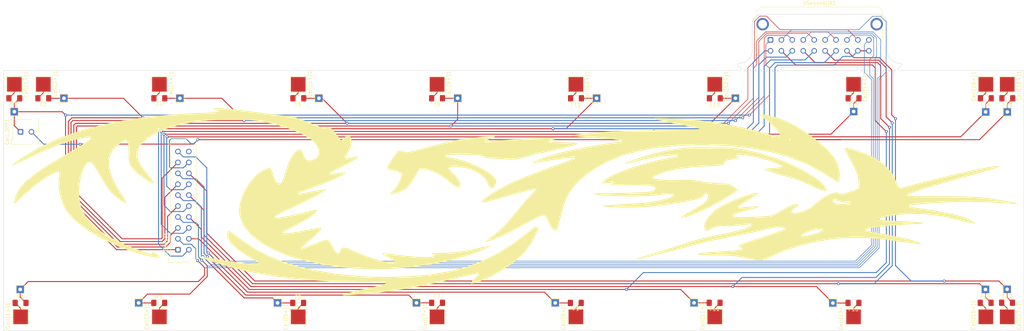
<source format=kicad_pcb>
(kicad_pcb (version 20211014) (generator pcbnew)
  (layers (0 "F.Cu" signal) (31 "B.Cu" signal) (34 "B.Paste" user) (35 "F.Paste" user) (36 "B.SilkS" user "B.Silkscreen") (37 "F.SilkS" user "F.Silkscreen") (38 "B.Mask" user) (39 "F.Mask" user) (44 "Edge.Cuts" user))
  (net 0 "")
  (net 1 "Cell1+")
  (net 2 "/Unfused_Cell_1")
  (net 3 "/Unfused_Cell_0")
  (net 4 "Cell0")
  (net 5 "/Unfused_Cell_2")
  (net 6 "Cell2+")
  (net 7 "Cell3+")
  (net 8 "/Unfused_Cell_3")
  (net 9 "/Unfused_Cell_4")
  (net 10 "Cell4+")
  (net 11 "Cell5+")
  (net 12 "/Unfused_Cell_5")
  (net 13 "/Unfused_Cell_6")
  (net 14 "Cell6+")
  (net 15 "Cell7+")
  (net 16 "/Unfused_Cell_7")
  (net 17 "/Unfused_Cell_8")
  (net 18 "Cell8+")
  (net 19 "Cell9+")
  (net 20 "/Unfused_Cell_9")
  (net 21 "/Unfused_Cell_10")
  (net 22 "Cell10+")
  (net 23 "Cell11+")
  (net 24 "/Unfused_Cell_11")
  (net 25 "/Unfused_Cell_12")
  (net 26 "Cell12+")
  (net 27 "Cell13+")
  (net 28 "/Unfused_Cell_13")
  (net 29 "/Unfused_Cell_14")
  (net 30 "Cell14+")
  (net 31 "Cell15+")
  (net 32 "/Unfused_Cell_15")
  (net 33 "/Unfused_Cell_16")
  (net 34 "Cell16+")
  (net 35 "Cell17+")
  (net 36 "/Unfused_Cell_17")
  (net 37 "/Unfused_Cell_18")
  (net 38 "Cell18+")
  (footprint "TestPoint:TestPoint_Pad_4.0x4.0mm" (layer "F.Cu") (at 303.25 102.8)
    (fp_text reference "PAD(14+)1" hide)
    (fp_text value "SEG 14S")
  )
  (footprint "Fuse:Fuse_1206_3216Metric_Pad1.42x1.75mm_HandSolder" (layer "F.Cu") (at 345.375 162.825 180)
    (fp_text reference "F17")
    (fp_text value "500mA")
  )
  (footprint "Fuse:Fuse_1206_3216Metric_Pad1.42x1.75mm_HandSolder" (layer "F.Cu") (at 303.25 106.625)
    (fp_text reference "F14")
    (fp_text value "500mA")
  )
  (footprint "Fuse:Fuse_1206_3216Metric_Pad1.42x1.75mm_HandSolder" (layer "F.Cu") (at 339.55 106.625)
    (fp_text reference "F16")
    (fp_text value "500mA")
  )
  (footprint "Silk:Dragon" (layer "F.Cu") (at 210 132 -90)
    (fp_text reference "G***" hide)
    (fp_text value "LOGO" hide)
  )
  (footprint "Fuse:Fuse_1206_3216Metric_Pad1.42x1.75mm_HandSolder" (layer "F.Cu") (at 188.95 162.85)
    (fp_text reference "F7")
    (fp_text value "500mA")
  )
  (footprint "TestPoint:TestPoint_Pad_4.0x4.0mm" (layer "F.Cu") (at 74.65 166.7)
    (fp_text reference "PAD(1+)1" hide)
    (fp_text value "SEG 1S")
  )
  (footprint "Connector_Molex:Molex_Micro-Fit_3.0_43045-2012_2x10_P3.00mm_Vertical" (layer "F.Cu") (at 117.835 148.25 90)
    (fp_text reference "VSense1")
    (fp_text value "Main Microfit")
  )
  (footprint "TestPoint:TestPoint_THTPad_2.0x2.0mm_Drill1.0mm" (layer "F.Cu") (at 194.6 106.625)
    (fp_text reference "Cell(8+)1")
    (fp_text value "TestPoint")
  )
  (footprint "TestPoint:TestPoint_Pad_4.0x4.0mm" (layer "F.Cu") (at 265.15 102.8)
    (fp_text reference "PAD(12+)1" hide)
    (fp_text value "SEG 12S")
  )
  (footprint "TestPoint:TestPoint_THTPad_2.0x2.0mm_Drill1.0mm" (layer "F.Cu") (at 107.05 162.875)
    (fp_text reference "Cell(3+)1")
    (fp_text value "TestPoint")
  )
  (footprint "TestPoint:TestPoint_Pad_4.0x4.0mm" (layer "F.Cu") (at 188.95 102.8)
    (fp_text reference "PAD(8+)1" hide)
    (fp_text value "SEG 8S")
  )
  (footprint "TestPoint:TestPoint_Pad_4.0x4.0mm" (layer "F.Cu") (at 345.425 166.7)
    (fp_text reference "PAD(17+)1" hide)
    (fp_text value "SEG 17S")
  )
  (footprint "Fuse:Fuse_1206_3216Metric_Pad1.42x1.75mm_HandSolder" (layer "F.Cu") (at 227.025 162.875)
    (fp_text reference "F9")
    (fp_text value "500mA")
  )
  (footprint "Fuse:Fuse_1206_3216Metric_Pad1.42x1.75mm_HandSolder" (layer "F.Cu") (at 112.725 106.625)
    (fp_text reference "F4")
    (fp_text value "500mA")
  )
  (footprint "TestPoint:TestPoint_Pad_4.0x4.0mm" (layer "F.Cu") (at 227.05 102.8)
    (fp_text reference "PAD(10+)1" hide)
    (fp_text value "SEG 10S")
  )
  (footprint "TestPoint:TestPoint_THTPad_2.0x2.0mm_Drill1.0mm" (layer "F.Cu") (at 221.375 162.875)
    (fp_text reference "Cell(9+)1")
    (fp_text value "TestPoint")
  )
  (footprint "TestPoint:TestPoint_THTPad_2.0x2.0mm_Drill1.0mm" (layer "F.Cu") (at 339.5 110.375)
    (fp_text reference "Cell(16+)1")
    (fp_text value "TestPoint")
  )
  (footprint "TestPoint:TestPoint_THTPad_2.0x2.0mm_Drill1.0mm" (layer "F.Cu") (at 145.175 162.875)
    (fp_text reference "Cell(5+)1")
    (fp_text value "TestPoint")
  )
  (footprint "TestPoint:TestPoint_THTPad_2.0x2.0mm_Drill1.0mm" (layer "F.Cu") (at 86.55 106.625)
    (fp_text reference "Cell(2+)1")
    (fp_text value "TestPoint")
  )
  (footprint "TestPoint:TestPoint_THTPad_2.0x2.0mm_Drill1.0mm" (layer "F.Cu") (at 270.825 106.625)
    (fp_text reference "Cell(12+)1")
    (fp_text value "TestPoint")
  )
  (footprint "Connector_Molex:Molex_Micro-Fit_3.0_43045-2021_2x10-1MP_P3.00mm_Horizontal" (layer "F.Cu") (at 280.45 90.585)
    (fp_text reference "VSenseAUX1")
    (fp_text value "Breakaway Microfit")
  )
  (footprint "Connector_Molex:Molex_Micro-Fit_3.0_43045-0212_2x01_P3.00mm_Vertical" (layer "F.Cu") (at 74.625 115.85 90)
    (fp_text reference "Cell_Diff1")
    (fp_text value "Extra Microfit")
  )
  (footprint "Fuse:Fuse_1206_3216Metric_Pad1.42x1.75mm_HandSolder" (layer "F.Cu") (at 227.075 106.625)
    (fp_text reference "F10")
    (fp_text value "500mA")
  )
  (footprint "TestPoint:TestPoint_Pad_4.0x4.0mm" (layer "F.Cu") (at 112.75 166.7)
    (fp_text reference "PAD(3+)1" hide)
    (fp_text value "SEG 3S")
  )
  (footprint "TestPoint:TestPoint_Pad_4.0x4.0mm" (layer "F.Cu") (at 339.55 102.8)
    (fp_text reference "PAD(16+)1" hide)
    (fp_text value "SEG 16S")
  )
  (footprint "TestPoint:TestPoint_THTPad_2.0x2.0mm_Drill1.0mm" (layer "F.Cu") (at 259.475 162.85)
    (fp_text reference "Cell(11+)1")
    (fp_text value "TestPoint")
  )
  (footprint "Fuse:Fuse_1206_3216Metric_Pad1.42x1.75mm_HandSolder" (layer "F.Cu") (at 265.175 106.625)
    (fp_text reference "F12")
    (fp_text value "500mA")
  )
  (footprint "Fuse:Fuse_1206_3216Metric_Pad1.42x1.75mm_HandSolder" (layer "F.Cu") (at 72.925 106.625)
    (fp_text reference "F0")
    (fp_text value "500mA")
  )
  (footprint "TestPoint:TestPoint_Pad_4.0x4.0mm" (layer "F.Cu") (at 80.9 102.8)
    (fp_text reference "PAD(2+)1" hide)
    (fp_text value "SEG 2S")
  )
  (footprint "TestPoint:TestPoint_THTPad_2.0x2.0mm_Drill1.0mm" (layer "F.Cu") (at 297.575 162.9)
    (fp_text reference "Cell(13+)1")
    (fp_text value "TestPoint")
  )
  (footprint "Fuse:Fuse_1206_3216Metric_Pad1.42x1.75mm_HandSolder" (layer "F.Cu") (at 112.7 162.875)
    (fp_text reference "F3")
    (fp_text value "500mA")
  )
  (footprint "Fuse:Fuse_1206_3216Metric_Pad1.42x1.75mm_HandSolder" (layer "F.Cu") (at 188.95 106.625)
    (fp_text reference "F8")
    (fp_text value "500mA")
  )
  (footprint "Fuse:Fuse_1206_3216Metric_Pad1.42x1.75mm_HandSolder" (layer "F.Cu") (at 74.65 162.875 180)
    (fp_text reference "F1")
    (fp_text value "500mA")
  )
  (footprint "TestPoint:TestPoint_Pad_4.0x4.0mm" (layer "F.Cu") (at 345.425 102.8)
    (fp_text reference "PAD(18+)1" hide)
    (fp_text value "SEG VCC")
  )
  (footprint "TestPoint:TestPoint_THTPad_2.0x2.0mm_Drill1.0mm" (layer "F.Cu") (at 156.525 106.625)
    (fp_text reference "Cell(6+)1")
    (fp_text value "TestPoint")
  )
  (footprint "Fuse:Fuse_1206_3216Metric_Pad1.42x1.75mm_HandSolder" (layer "F.Cu") (at 265.125 162.85)
    (fp_text reference "F11")
    (fp_text value "500mA")
  )
  (footprint "TestPoint:TestPoint_Pad_4.0x4.0mm" (layer "F.Cu") (at 150.85 166.7)
    (fp_text reference "PAD(5+)1" hide)
    (fp_text value "SEG 5S")
  )
  (footprint "TestPoint:TestPoint_THTPad_2.0x2.0mm_Drill1.0mm" (layer "F.Cu") (at 345.45 110.375)
    (fp_text reference "Cell(18+)1")
    (fp_text value "TestPoint")
  )
  (footprint "Fuse:Fuse_1206_3216Metric_Pad1.42x1.75mm_HandSolder" (layer "F.Cu") (at 345.45 106.625)
    (fp_text reference "F18")
    (fp_text value "500mA")
  )
  (footprint "Fuse:Fuse_1206_3216Metric_Pad1.42x1.75mm_HandSolder" (layer "F.Cu") (at 339.5 162.85 180)
    (fp_text reference "F15")
    (fp_text value "500mA")
  )
  (footprint "TestPoint:TestPoint_THTPad_2.0x2.0mm_Drill1.0mm" (layer "F.Cu") (at 232.725 106.625)
    (fp_text reference "Cell(10+)1")
    (fp_text value "TestPoint")
  )
  (footprint "TestPoint:TestPoint_Pad_4.0x4.0mm" (layer "F.Cu") (at 150.85 102.8)
    (fp_text reference "PAD(6+)1" hide)
    (fp_text value "SEG 6S")
  )
  (footprint "TestPoint:TestPoint_THTPad_2.0x2.0mm_Drill1.0mm" (layer "F.Cu") (at 72.925 110.325 -90)
    (fp_text reference "Cell(1-)1")
    (fp_text value "TestPoint")
  )
  (footprint "TestPoint:TestPoint_Pad_4.0x4.0mm" (layer "F.Cu") (at 227.05 166.7)
    (fp_text reference "PAD(9+)1" hide)
    (fp_text value "SEG 9S")
  )
  (footprint "TestPoint:TestPoint_Pad_4.0x4.0mm" (layer "F.Cu") (at 339.55 166.7)
    (fp_text reference "PAD(15+)1" hide)
    (fp_text value "SEG 15S")
  )
  (footprint "Fuse:Fuse_1206_3216Metric_Pad1.42x1.75mm_HandSolder" (layer "F.Cu") (at 303.225 162.875)
    (fp_text reference "F13")
    (fp_text value "500mA")
  )
  (footprint "TestPoint:TestPoint_THTPad_2.0x2.0mm_Drill1.0mm" (layer "F.Cu") (at 183.3 162.85)
    (fp_text reference "Cell(7+)1")
    (fp_text value "TestPoint")
  )
  (footprint "Fuse:Fuse_1206_3216Metric_Pad1.42x1.75mm_HandSolder" (layer "F.Cu") (at 150.825 162.875)
    (fp_text reference "F5")
    (fp_text value "500mA")
  )
  (footprint "TestPoint:TestPoint_THTPad_2.0x2.0mm_Drill1.0mm" (layer "F.Cu") (at 345.395 159.12)
    (fp_text reference "Cell(17+)1")
    (fp_text value "TestPoint")
  )
  (footprint "TestPoint:TestPoint_Pad_4.0x4.0mm" (layer "F.Cu") (at 188.95 166.7)
    (fp_text reference "PAD(7+)1" hide)
    (fp_text value "SEG 7S")
  )
  (footprint "TestPoint:TestPoint_Pad_4.0x4.0mm" (layer "F.Cu") (at 72.95 102.8 -90)
    (fp_text reference "PAD(1-)1" hide)
    (fp_text value "SEG GND")
  )
  (footprint "TestPoint:TestPoint_THTPad_2.0x2.0mm_Drill1.0mm" (layer "F.Cu") (at 339.45 159.175)
    (fp_text reference "Cell(15+)1")
    (fp_text value "TestPoint")
  )
  (footprint "TestPoint:TestPoint_Pad_4.0x4.0mm" (layer "F.Cu") (at 265.15 166.7)
    (fp_text reference "PAD(11+)1" hide)
    (fp_text value "SEG 11S")
  )
  (footprint "TestPoint:TestPoint_THTPad_2.0x2.0mm_Drill1.0mm" (layer "F.Cu") (at 118.375 106.625)
    (fp_text reference "Cell(4+)1")
    (fp_text value "TestPoint")
  )
  (footprint "TestPoint:TestPoint_Pad_4.0x4.0mm" (layer "F.Cu") (at 303.25 166.7)
    (fp_text reference "PAD(13+)1" hide)
    (fp_text value "SEG 13S")
  )
  (footprint "TestPoint:TestPoint_THTPad_2.0x2.0mm_Drill1.0mm" (layer "F.Cu") (at 74.55 159.175)
    (fp_text reference "Cell(1+)1")
    (fp_text value "TestPoint")
  )
  (footprint "Fuse:Fuse_1206_3216Metric_Pad1.42x1.75mm_HandSolder" (layer "F.Cu") (at 150.875 106.625)
    (fp_text reference "F6")
    (fp_text value "500mA")
  )
  (footprint "TestPoint:TestPoint_THTPad_2.0x2.0mm_Drill1.0mm" (layer "F.Cu") (at 303.275 110.275)
    (fp_text reference "Cell(14+)1")
    (fp_text value "TestPoint")
  )
  (footprint "Fuse:Fuse_1206_3216Metric_Pad1.42x1.75mm_HandSolder" (layer "F.Cu") (at 80.8875 106.625)
    (fp_text reference "F2")
    (fp_text value "500mA")
  )
  (footprint "TestPoint:TestPoint_Pad_4.0x4.0mm" (layer "F.Cu") (at 112.75 102.8)
    (fp_text reference "PAD(4+)1" hide)
    (fp_text value "SEG 4S")
  )
  (gr_arc (start 275.45 86.25) (mid 276.255456 84.305456) (end 278.2 83.5) (layer "Edge.Cuts") (width 0.1))
  (gr_line (start 70 170.5) (end 350 170.5) (layer "Edge.Cuts") (width 0.1))
  (gr_line (start 315.95 99) (end 350 99) (layer "Edge.Cuts") (width 0.1))
  (gr_circle (center 274.95 99) (end 274.95 98.8) (layer "Edge.Cuts") (width 0.1) (fill none))
  (gr_circle (center 273.45 99) (end 273.45 98.8) (layer "Edge.Cuts") (width 0.1) (fill none))
  (gr_line (start 350 99) (end 350 170.5) (layer "Edge.Cuts") (width 0.1))
  (gr_circle (center 276.45 99) (end 276.5 98.8) (layer "Edge.Cuts") (width 0.1) (fill none))
  (gr_line (start 275.45 86.25) (end 275.45 93.5) (layer "Edge.Cuts") (width 0.1))
  (gr_arc (start 315.95 99) (mid 315.45 98.5) (end 315.95 98) (layer "Edge.Cuts") (width 0.1))
  (gr_circle (center 306.95 99) (end 306.95 98.8) (layer "Edge.Cuts") (width 0.1) (fill none))
  (gr_line (start 70 170.5) (end 70 99) (layer "Edge.Cuts") (width 0.1))
  (gr_line (start 278.2 83.5) (end 309.7 83.5) (layer "Edge.Cuts") (width 0.1))
  (gr_arc (start 315.95 97) (mid 313.475126 95.974874) (end 312.45 93.5) (layer "Edge.Cuts") (width 0.1))
  (gr_line (start 312.45 86.125) (end 312.45 93.5) (layer "Edge.Cuts") (width 0.1))
  (gr_circle (center 279.45 99) (end 279.45 98.8) (layer "Edge.Cuts") (width 0.1) (fill none))
  (gr_line (start 283.95 99) (end 303.95 99) (layer "Edge.Cuts") (width 0.1))
  (gr_arc (start 303.95 98) (mid 304.45 98.5) (end 303.95 99) (layer "Edge.Cuts") (width 0.1))
  (gr_line (start 70 99) (end 271.95 99) (layer "Edge.Cuts") (width 0.1))
  (gr_arc (start 315.95 97) (mid 316.45 97.5) (end 315.95 98) (layer "Edge.Cuts") (width 0.1))
  (gr_circle (center 312.95 99) (end 312.95 98.8) (layer "Edge.Cuts") (width 0.1) (fill none))
  (gr_circle (center 305.45 99) (end 305.45 98.8) (layer "Edge.Cuts") (width 0.1) (fill none))
  (gr_arc (start 271.95 98) (mid 272.45 98.5) (end 271.95 99) (layer "Edge.Cuts") (width 0.1))
  (gr_arc (start 309.7 83.5) (mid 311.600871 84.261594) (end 312.45 86.125) (layer "Edge.Cuts") (width 0.1))
  (gr_arc (start 271.95 98) (mid 271.45 97.5) (end 271.95 97) (layer "Edge.Cuts") (width 0.1))
  (gr_circle (center 277.95 99) (end 277.95 98.8) (layer "Edge.Cuts") (width 0.1) (fill none))
  (gr_arc (start 275.45 93.5) (mid 274.424874 95.974874) (end 271.95 97) (layer "Edge.Cuts") (width 0.1))
  (gr_circle (center 311.45 99) (end 311.45 98.8) (layer "Edge.Cuts") (width 0.1) (fill none))
  (gr_circle (center 308.45 99) (end 308.45 98.8) (layer "Edge.Cuts") (width 0.1) (fill none))
  (gr_circle (center 280.95 99) (end 280.95 98.8) (layer "Edge.Cuts") (width 0.1) (fill none))
  (gr_circle (center 282.45 99) (end 282.45 98.8) (layer "Edge.Cuts") (width 0.1) (fill none))
  (gr_line (start 283.95 98) (end 303.95 98) (layer "Edge.Cuts") (width 0.1))
  (gr_circle (center 314.45 99) (end 314.45 98.8) (layer "Edge.Cuts") (width 0.1) (fill none))
  (gr_arc (start 283.95 99) (mid 283.45 98.5) (end 283.95 98) (layer "Edge.Cuts") (width 0.1))
  (gr_circle (center 309.95 99) (end 309.95 98.8) (layer "Edge.Cuts") (width 0.1) (fill none))
  (segment (start 123.225 151.225) (end 125.175 153.175) (width 0.25) (layer "F.Cu") (net 1))
  (segment (start 125.175 155.25) (end 123.425 157) (width 0.25) (layer "F.Cu") (net 1))
  (segment (start 125.175 153.175) (end 125.175 155.25) (width 0.25) (layer "F.Cu") (net 1))
  (segment (start 74.55 161.2875) (end 76.1375 162.875) (width 0.25) (layer "F.Cu") (net 1))
  (segment (start 74.55 159.175) (end 74.55 161.2875) (width 0.25) (layer "F.Cu") (net 1))
  (segment (start 76.725 157) (end 74.55 159.175) (width 0.25) (layer "F.Cu") (net 1))
  (segment (start 123.425 157) (end 76.725 157) (width 0.25) (layer "F.Cu") (net 1))
  (via (at 123.225 151.225) (size 0.8) (drill 0.4) (layers "F.Cu" "B.Cu") (net 1))
  (segment (start 125.2 153.2) (end 304.875 153.2) (width 0.15) (layer "B.Cu") (net 1))
  (segment (start 310.675 84.1) (end 308.425 84.1) (width 0.15) (layer "B.Cu") (net 1))
  (segment (start 123.225 151.225) (end 125.2 153.2) (width 0.15) (layer "B.Cu") (net 1))
  (segment (start 308.425 84.1) (end 304.725 87.8) (width 0.15) (layer "B.Cu") (net 1))
  (segment (start 122.75 148) (end 121.5 146.75) (width 0.25) (layer "B.Cu") (net 1))
  (segment (start 123.225 151.225) (end 122.75 150.75) (width 0.25) (layer "B.Cu") (net 1))
  (segment (start 312.2 99.425) (end 312.2 85.625) (width 0.15) (layer "B.Cu") (net 1))
  (segment (start 122.75 150.75) (end 122.75 148) (width 0.25) (layer "B.Cu") (net 1))
  (segment (start 312.2 85.625) (end 310.675 84.1) (width 0.15) (layer "B.Cu") (net 1))
  (segment (start 119.335 146.75) (end 117.835 145.25) (width 0.25) (layer "B.Cu") (net 1))
  (segment (start 286.235 87.8) (end 283.45 90.585) (width 0.15) (layer "B.Cu") (net 1))
  (segment (start 304.725 87.8) (end 286.235 87.8) (width 0.15) (layer "B.Cu") (net 1))
  (segment (start 121.5 146.75) (end 119.335 146.75) (width 0.25) (layer "B.Cu") (net 1))
  (segment (start 304.875 153.2) (end 310.25 147.825) (width 0.15) (layer "B.Cu") (net 1))
  (segment (start 310.25 147.825) (end 310.25 101.375) (width 0.15) (layer "B.Cu") (net 1))
  (segment (start 310.25 101.375) (end 312.2 99.425) (width 0.15) (layer "B.Cu") (net 1))
  (segment (start 74.65 164.3625) (end 74.65 166.7) (width 0.25) (layer "F.Cu") (net 2))
  (segment (start 73.1625 162.875) (end 74.65 164.3625) (width 0.25) (layer "F.Cu") (net 2))
  (segment (start 72.95 105.1125) (end 71.4375 106.625) (width 0.25) (layer "F.Cu") (net 3))
  (segment (start 72.95 102.8) (end 72.95 105.1125) (width 0.25) (layer "F.Cu") (net 3))
  (segment (start 87 111.25) (end 87 134.25) (width 0.25) (layer "F.Cu") (net 4))
  (segment (start 280.2 105.7) (end 280.2 98.425) (width 0.15) (layer "F.Cu") (net 4))
  (segment (start 87 134.25) (end 101 148.25) (width 0.25) (layer "F.Cu") (net 4))
  (segment (start 274.65 111.25) (end 280.2 105.7) (width 0.15) (layer "F.Cu") (net 4))
  (segment (start 279.175 91.86) (end 280.45 90.585) (width 0.15) (layer "F.Cu") (net 4))
  (segment (start 72.925 108.1125) (end 72.925 110.325) (width 0.25) (layer "F.Cu") (net 4))
  (segment (start 72.925 110.325) (end 72.925 114.15) (width 0.25) (layer "F.Cu") (net 4))
  (segment (start 280.2 98.425) (end 279.175 97.4) (width 0.15) (layer "F.Cu") (net 4))
  (segment (start 74.4125 106.625) (end 72.925 108.1125) (width 0.25) (layer "F.Cu") (net 4))
  (segment (start 101 148.25) (end 117.835 148.25) (width 0.25) (layer "F.Cu") (net 4))
  (segment (start 72.925 110.325) (end 86.075 110.325) (width 0.25) (layer "F.Cu") (net 4))
  (segment (start 72.925 114.15) (end 74.625 115.85) (width 0.25) (layer "F.Cu") (net 4))
  (segment (start 279.175 97.4) (end 279.175 91.86) (width 0.15) (layer "F.Cu") (net 4))
  (segment (start 86.075 110.325) (end 87 111.25) (width 0.25) (layer "F.Cu") (net 4))
  (via (at 87 111.25) (size 0.8) (drill 0.4) (layers "F.Cu" "B.Cu") (net 4))
  (via (at 274.65 111.25) (size 0.8) (drill 0.4) (layers "F.Cu" "B.Cu") (net 4))
  (segment (start 274.65 111.25) (end 87 111.25) (width 0.25) (layer "B.Cu") (net 4))
  (segment (start 80.9 102.8) (end 80.9 105.125) (width 0.25) (layer "F.Cu") (net 5))
  (segment (start 80.9 105.125) (end 79.4 106.625) (width 0.25) (layer "F.Cu") (net 5))
  (segment (start 278.725 106.025) (end 278.725 90.125) (width 0.15) (layer "F.Cu") (net 6))
  (segment (start 82.375 106.625) (end 86.55 106.625) (width 0.25) (layer "F.Cu") (net 6))
  (segment (start 285.165 89.3) (end 286.45 90.585) (width 0.15) (layer "F.Cu") (net 6))
  (segment (start 115.75 146.25) (end 115.75 144.335) (width 0.25) (layer "F.Cu") (net 6))
  (segment (start 86.55 106.625) (end 102.875 106.625) (width 0.25) (layer "F.Cu") (net 6))
  (segment (start 87.75 134) (end 101.25 147.5) (width 0.25) (layer "F.Cu") (net 6))
  (segment (start 101.25 147.5) (end 114.5 147.5) (width 0.25) (layer "F.Cu") (net 6))
  (segment (start 272.825 111.925) (end 278.725 106.025) (width 0.15) (layer "F.Cu") (net 6))
  (segment (start 88.75 112) (end 87.75 113) (width 0.25) (layer "F.Cu") (net 6))
  (segment (start 114.5 147.5) (end 115.75 146.25) (width 0.25) (layer "F.Cu") (net 6))
  (segment (start 272.825 112) (end 272.825 111.925) (width 0.15) (layer "F.Cu") (net 6))
  (segment (start 279.55 89.3) (end 285.165 89.3) (width 0.15) (layer "F.Cu") (net 6))
  (segment (start 278.725 90.125) (end 279.55 89.3) (width 0.15) (layer "F.Cu") (net 6))
  (segment (start 87.75 113) (end 87.75 134) (width 0.25) (layer "F.Cu") (net 6))
  (segment (start 115.75 144.335) (end 117.835 142.25) (width 0.25) (layer "F.Cu") (net 6))
  (segment (start 102.875 106.625) (end 108.25 112) (width 0.25) (layer "F.Cu") (net 6))
  (segment (start 108.15 112) (end 88.75 112) (width 0.25) (layer "F.Cu") (net 6))
  (via (at 108.25 112) (size 0.8) (drill 0.4) (layers "F.Cu" "B.Cu") (net 6))
  (via (at 272.825 112) (size 0.8) (drill 0.4) (layers "F.Cu" "B.Cu") (net 6))
  (segment (start 272.825 112) (end 108.25 112) (width 0.25) (layer "B.Cu") (net 6))
  (segment (start 109.475 160.45) (end 107.05 162.875) (width 0.25) (layer "F.Cu") (net 7))
  (segment (start 125.875 155.65) (end 121.075 160.45) (width 0.25) (layer "F.Cu") (net 7))
  (segment (start 121.075 160.45) (end 109.475 160.45) (width 0.25) (layer "F.Cu") (net 7))
  (segment (start 107.05 162.875) (end 111.2125 162.875) (width 0.25) (layer "F.Cu") (net 7))
  (segment (start 124.37575 151.12575) (end 125.875 152.625) (width 0.25) (layer "F.Cu") (net 7))
  (segment (start 125.875 152.625) (end 125.875 155.65) (width 0.25) (layer "F.Cu") (net 7))
  (segment (start 124.366649 151.12575) (end 124.37575 151.12575) (width 0.25) (layer "F.Cu") (net 7))
  (via (at 124.366649 151.12575) (size 0.8) (drill 0.4) (layers "F.Cu" "B.Cu") (net 7))
  (segment (start 304.575 152.75) (end 309.725 147.6) (width 0.15) (layer "B.Cu") (net 7))
  (segment (start 124.366649 151.12575) (end 123.44952 150.208621) (width 0.25) (layer "B.Cu") (net 7))
  (segment (start 309.725 101.275) (end 310.7 100.3) (width 0.15) (layer "B.Cu") (net 7))
  (segment (start 309.725 147.6) (end 309.725 101.275) (width 0.15) (layer "B.Cu") (net 7))
  (segment (start 122.75 140.75) (end 119.335 140.75) (width 0.25) (layer "B.Cu") (net 7))
  (segment (start 125.990899 152.75) (end 304.575 152.75) (width 0.15) (layer "B.Cu") (net 7))
  (segment (start 119.335 140.75) (end 117.835 139.25) (width 0.25) (layer "B.Cu") (net 7))
  (segment (start 310.7 100.3) (end 310.7 90.5) (width 0.15) (layer "B.Cu") (net 7))
  (segment (start 310.7 90.5) (end 308.575 88.375) (width 0.15) (layer "B.Cu") (net 7))
  (segment (start 123.44952 150.208621) (end 123.44952 141.44952) (width 0.25) (layer "B.Cu") (net 7))
  (segment (start 124.366649 151.12575) (end 125.990899 152.75) (width 0.15) (layer "B.Cu") (net 7))
  (segment (start 308.575 88.375) (end 291.66 88.375) (width 0.15) (layer "B.Cu") (net 7))
  (segment (start 291.66 88.375) (end 289.45 90.585) (width 0.15) (layer "B.Cu") (net 7))
  (segment (start 123.44952 141.44952) (end 122.75 140.75) (width 0.25) (layer "B.Cu") (net 7))
  (segment (start 112.75 164.3125) (end 112.75 166.7) (width 0.25) (layer "F.Cu") (net 8))
  (segment (start 114.1875 162.875) (end 112.75 164.3125) (width 0.25) (layer "F.Cu") (net 8))
  (segment (start 112.75 102.8) (end 112.75 105.1125) (width 0.25) (layer "F.Cu") (net 9))
  (segment (start 112.75 105.1125) (end 111.2375 106.625) (width 0.25) (layer "F.Cu") (net 9))
  (segment (start 88.5 113.25) (end 88.5 133.625) (width 0.25) (layer "F.Cu") (net 10))
  (segment (start 88.5 133.625) (end 101.625 146.75) (width 0.25) (layer "F.Cu") (net 10))
  (segment (start 290.665 88.8) (end 292.45 90.585) (width 0.15) (layer "F.Cu") (net 10))
  (segment (start 101.625 146.75) (end 114 146.75) (width 0.25) (layer "F.Cu") (net 10))
  (segment (start 114 146.75) (end 115 145.75) (width 0.25) (layer "F.Cu") (net 10))
  (segment (start 114.2125 106.625) (end 118.375 106.625) (width 0.25) (layer "F.Cu") (net 10))
  (segment (start 277.25 106.35) (end 277.25 90.95) (width 0.15) (layer "F.Cu") (net 10))
  (segment (start 89 112.75) (end 88.5 113.25) (width 0.25) (layer "F.Cu") (net 10))
  (segment (start 277.25 90.95) (end 279.4 88.8) (width 0.15) (layer "F.Cu") (net 10))
  (segment (start 115 139.085) (end 117.835 136.25) (width 0.25) (layer "F.Cu") (net 10))
  (segment (start 279.4 88.8) (end 290.665 88.8) (width 0.15) (layer "F.Cu") (net 10))
  (segment (start 118.375 106.625) (end 129.875 106.625) (width 0.25) (layer "F.Cu") (net 10))
  (segment (start 129.875 106.625) (end 136 112.75) (width 0.25) (layer "F.Cu") (net 10))
  (segment (start 136 112.75) (end 89 112.75) (width 0.25) (layer "F.Cu") (net 10))
  (segment (start 115 145.75) (end 115 139.085) (width 0.25) (layer "F.Cu") (net 10))
  (segment (start 270.85 112.75) (end 277.25 106.35) (width 0.15) (layer "F.Cu") (net 10))
  (via (at 136 112.75) (size 0.8) (drill 0.4) (layers "F.Cu" "B.Cu") (net 10))
  (via (at 270.85 112.75) (size 0.8) (drill 0.4) (layers "F.Cu" "B.Cu") (net 10))
  (segment (start 270.85 112.75) (end 136 112.75) (width 0.25) (layer "B.Cu") (net 10))
  (segment (start 143.8 161.5) (end 145.175 162.875) (width 0.25) (layer "F.Cu") (net 11))
  (segment (start 145.175 162.875) (end 149.3375 162.875) (width 0.25) (layer "F.Cu") (net 11))
  (segment (start 136 161.5) (end 143.8 161.5) (width 0.25) (layer "F.Cu") (net 11))
  (segment (start 124.675 150.175) (end 136 161.5) (width 0.25) (layer "F.Cu") (net 11))
  (via (at 124.675 150.175) (size 0.8) (drill 0.4) (layers "F.Cu" "B.Cu") (net 11))
  (segment (start 124.25 136.5) (end 122.5 134.75) (width 0.25) (layer "B.Cu") (net 11))
  (segment (start 309.2 147.4) (end 309.2 95.5) (width 0.15) (layer "B.Cu") (net 11))
  (segment (start 122.5 134.75) (end 119.335 134.75) (width 0.25) (layer "B.Cu") (net 11))
  (segment (start 309.2 95.5) (end 309.55 95.15) (width 0.15) (layer "B.Cu") (net 11))
  (segment (start 308.325 88.825) (end 297.21 88.825) (width 0.15) (layer "B.Cu") (net 11))
  (segment (start 124.675 150.175) (end 126.8 152.3) (width 0.15) (layer "B.Cu") (net 11))
  (segment (start 309.55 95.15) (end 309.55 90.05) (width 0.15) (layer "B.Cu") (net 11))
  (segment (start 309.55 90.05) (end 308.325 88.825) (width 0.15) (layer "B.Cu") (net 11))
  (segment (start 119.335 134.75) (end 117.835 133.25) (width 0.25) (layer "B.Cu") (net 11))
  (segment (start 124.25 149.75) (end 124.25 136.5) (width 0.25) (layer "B.Cu") (net 11))
  (segment (start 124.675 150.175) (end 124.25 149.75) (width 0.25) (layer "B.Cu") (net 11))
  (segment (start 297.21 88.825) (end 295.45 90.585) (width 0.15) (layer "B.Cu") (net 11))
  (segment (start 126.8 152.3) (end 304.3 152.3) (width 0.15) (layer "B.Cu") (net 11))
  (segment (start 304.3 152.3) (end 309.2 147.4) (width 0.15) (layer "B.Cu") (net 11))
  (segment (start 150.85 164.3375) (end 150.85 166.7) (width 0.25) (layer "F.Cu") (net 12))
  (segment (start 152.3125 162.875) (end 150.85 164.3375) (width 0.25) (layer "F.Cu") (net 12))
  (segment (start 150.85 102.8) (end 150.85 105.1625) (width 0.25) (layer "F.Cu") (net 13))
  (segment (start 150.85 105.1625) (end 149.3875 106.625) (width 0.25) (layer "F.Cu") (net 13))
  (segment (start 113.5 146) (end 114.25 145.25) (width 0.25) (layer "F.Cu") (net 14))
  (segment (start 114.25 133.835) (end 117.835 130.25) (width 0.25) (layer "F.Cu") (net 14))
  (segment (start 89.25 114) (end 89.25 133.25) (width 0.25) (layer "F.Cu") (net 14))
  (segment (start 276.6 97.5) (end 276.6 90.9) (width 0.15) (layer "F.Cu") (net 14))
  (segment (start 157.375 106.625) (end 164.25 113.5) (width 0.25) (layer "F.Cu") (net 14))
  (segment (start 275.75 106.625) (end 275.75 98.35) (width 0.15) (layer "F.Cu") (net 14))
  (segment (start 102 146) (end 113.5 146) (width 0.25) (layer "F.Cu") (net 14))
  (segment (start 89.25 133.25) (end 102 146) (width 0.25) (layer "F.Cu") (net 14))
  (segment (start 268.9 113.5) (end 268.9 113.475) (width 0.15) (layer "F.Cu") (net 14))
  (segment (start 275.75 98.35) (end 276.6 97.5) (width 0.15) (layer "F.Cu") (net 14))
  (segment (start 94 113.5) (end 89.75 113.5) (width 0.25) (layer "F.Cu") (net 14))
  (segment (start 268.9 113.475) (end 275.75 106.625) (width 0.15) (layer "F.Cu") (net 14))
  (segment (start 89.75 113.5) (end 89.25 114) (width 0.25) (layer "F.Cu") (net 14))
  (segment (start 276.6 90.9) (end 279.125 88.375) (width 0.15) (layer "F.Cu") (net 14))
  (segment (start 114.25 145.25) (end 114.25 133.835) (width 0.25) (layer "F.Cu") (net 14))
  (segment (start 152.3625 106.625) (end 156.525 106.625) (width 0.25) (layer "F.Cu") (net 14))
  (segment (start 156.525 106.625) (end 157.375 106.625) (width 0.25) (layer "F.Cu") (net 14))
  (segment (start 164.25 113.5) (end 94 113.5) (width 0.25) (layer "F.Cu") (net 14))
  (segment (start 296.24 88.375) (end 298.45 90.585) (width 0.15) (layer "F.Cu") (net 14))
  (segment (start 279.125 88.375) (end 296.24 88.375) (width 0.15) (layer "F.Cu") (net 14))
  (via (at 164.25 113.5) (size 0.8) (drill 0.4) (layers "F.Cu" "B.Cu") (net 14))
  (via (at 268.9 113.5) (size 0.8) (drill 0.4) (layers "F.Cu" "B.Cu") (net 14))
  (segment (start 268.9 113.5) (end 164.25 113.5) (width 0.25) (layer "B.Cu") (net 14))
  (segment (start 183.3 162.85) (end 187.4625 162.85) (width 0.25) (layer "F.Cu") (net 15))
  (segment (start 136.475 160.725) (end 181.175 160.725) (width 0.25) (layer "F.Cu") (net 15))
  (segment (start 181.175 160.725) (end 183.3 162.85) (width 0.25) (layer "F.Cu") (net 15))
  (segment (start 125.9 150.15) (end 136.475 160.725) (width 0.25) (layer "F.Cu") (net 15))
  (via (at 125.9 150.15) (size 0.8) (drill 0.4) (layers "F.Cu" "B.Cu") (net 15))
  (segment (start 125 131) (end 122.75 128.75) (width 0.25) (layer "B.Cu") (net 15))
  (segment (start 304.05 151.85) (end 308.675 147.225) (width 0.15) (layer "B.Cu") (net 15))
  (segment (start 307.7 100.275) (end 307.7 95.975) (width 0.15) (layer "B.Cu") (net 15))
  (segment (start 119.25 128.75) (end 117.835 127.335) (width 0.25) (layer "B.Cu") (net 15))
  (segment (start 125.9 150.15) (end 127.6 151.85) (width 0.15) (layer "B.Cu") (net 15))
  (segment (start 117.835 127.335) (end 117.835 127.25) (width 0.25) (layer "B.Cu") (net 15))
  (segment (start 308.675 147.225) (end 308.675 101.25) (width 0.15) (layer "B.Cu") (net 15))
  (segment (start 308.775 94.9) (end 308.775 90) (width 0.15) (layer "B.Cu") (net 15))
  (segment (start 308.775 90) (end 308.05 89.275) (width 0.15) (layer "B.Cu") (net 15))
  (segment (start 122.75 128.75) (end 119.25 128.75) (width 0.25) (layer "B.Cu") (net 15))
  (segment (start 125 149.25) (end 125 131) (width 0.25) (layer "B.Cu") (net 15))
  (segment (start 127.6 151.85) (end 304.05 151.85) (width 0.15) (layer "B.Cu") (net 15))
  (segment (start 307.7 95.975) (end 308.775 94.9) (width 0.15) (layer "B.Cu") (net 15))
  (segment (start 302.76 89.275) (end 301.45 90.585) (width 0.15) (layer "B.Cu") (net 15))
  (segment (start 308.05 89.275) (end 302.76 89.275) (width 0.15) (layer "B.Cu") (net 15))
  (segment (start 125.9 150.15) (end 125 149.25) (width 0.25) (layer "B.Cu") (net 15))
  (segment (start 308.675 101.25) (end 307.7 100.275) (width 0.15) (layer "B.Cu") (net 15))
  (segment (start 190.4375 162.85) (end 188.95 164.3375) (width 0.25) (layer "F.Cu") (net 16))
  (segment (start 188.95 164.3375) (end 188.95 166.7) (width 0.25) (layer "F.Cu") (net 16))
  (segment (start 188.95 102.8) (end 188.95 105.1375) (width 0.25) (layer "F.Cu") (net 17))
  (segment (start 188.95 105.1375) (end 187.4625 106.625) (width 0.25) (layer "F.Cu") (net 17))
  (segment (start 276.05 96.475) (end 276.05 85.525) (width 0.15) (layer "F.Cu") (net 18))
  (segment (start 276.05 85.525) (end 277.525 84.05) (width 0.15) (layer "F.Cu") (net 18))
  (segment (start 301.665 87.8) (end 304.45 90.585) (width 0.15) (layer "F.Cu") (net 18))
  (segment (start 113.25 145.25) (end 113.5 145) (width 0.25) (layer "F.Cu") (net 18))
  (segment (start 113.5 128.585) (end 117.835 124.25) (width 0.25) (layer "F.Cu") (net 18))
  (segment (start 90.25 114.25) (end 90 114.5) (width 0.25) (layer "F.Cu") (net 18))
  (segment (start 274.25 106.85) (end 274.25 98.275) (width 0.15) (layer "F.Cu") (net 18))
  (segment (start 279.35 84.05) (end 283.1 87.8) (width 0.15) (layer "F.Cu") (net 18))
  (segment (start 283.1 87.8) (end 301.665 87.8) (width 0.15) (layer "F.Cu") (net 18))
  (segment (start 90 114.5) (end 90 132.75) (width 0.25) (layer "F.Cu") (net 18))
  (segment (start 194.6 112.4) (end 192.75 114.25) (width 0.25) (layer "F.Cu") (net 18))
  (segment (start 90 132.75) (end 102.5 145.25) (width 0.25) (layer "F.Cu") (net 18))
  (segment (start 266.85 114.25) (end 274.25 106.85) (width 0.15) (layer "F.Cu") (net 18))
  (segment (start 277.525 84.05) (end 279.35 84.05) (width 0.15) (layer "F.Cu") (net 18))
  (segment (start 192.5 114.25) (end 90.25 114.25) (width 0.25) (layer "F.Cu") (net 18))
  (segment (start 102.5 145.25) (end 113.25 145.25) (width 0.25) (layer "F.Cu") (net 18))
  (segment (start 194.6 106.625) (end 194.6 112.4) (width 0.25) (layer "F.Cu") (net 18))
  (segment (start 190.4375 106.625) (end 194.6 106.625) (width 0.25) (layer "F.Cu") (net 18))
  (segment (start 274.25 98.275) (end 276.05 96.475) (width 0.15) (layer "F.Cu") (net 18))
  (segment (start 113.5 145) (end 113.5 128.585) (width 0.25) (layer "F.Cu") (net 18))
  (via (at 192.75 114.25) (size 0.8) (drill 0.4) (layers "F.Cu" "B.Cu") (net 18))
  (via (at 266.85 114.25) (size 0.8) (drill 0.4) (layers "F.Cu" "B.Cu") (net 18))
  (segment (start 266.85 114.25) (end 192.75 114.25) (width 0.25) (layer "B.Cu") (net 18))
  (segment (start 221.375 162.875) (end 225.5375 162.875) (width 0.25) (layer "F.Cu") (net 19))
  (segment (start 218.425 159.925) (end 221.375 162.875) (width 0.25) (layer "F.Cu") (net 19))
  (segment (start 126.15 149.15) (end 136.925 159.925) (width 0.25) (layer "F.Cu") (net 19))
  (segment (start 136.925 159.925) (end 218.425 159.925) (width 0.25) (layer "F.Cu") (net 19))
  (via (at 126.15 149.15) (size 0.8) (drill 0.4) (layers "F.Cu" "B.Cu") (net 19))
  (segment (start 308.175 101.45) (end 306.2 99.475) (width 0.15) (layer "B.Cu") (net 19))
  (segment (start 303.775 151.4) (end 308.175 147) (width 0.15) (layer "B.Cu") (net 19))
  (segment (start 306.2 91.835) (end 307.45 90.585) (width 0.15) (layer "B.Cu") (net 19))
  (segment (start 125.75 148.75) (end 125.75 125.75) (width 0.25) (layer "B.Cu") (net 19))
  (segment (start 119.335 122.75) (end 117.835 121.25) (width 0.25) (layer "B.Cu") (net 19))
  (segment (start 122.75 122.75) (end 119.335 122.75) (width 0.25) (layer "B.Cu") (net 19))
  (segment (start 306.2 99.475) (end 306.2 91.835) (width 0.15) (layer "B.Cu") (net 19))
  (segment (start 126.15 149.15) (end 128.4 151.4) (width 0.15) (layer "B.Cu") (net 19))
  (segment (start 308.175 147) (end 308.175 101.45) (width 0.15) (layer "B.Cu") (net 19))
  (segment (start 125.75 125.75) (end 122.75 122.75) (width 0.25) (layer "B.Cu") (net 19))
  (segment (start 128.4 151.4) (end 303.775 151.4) (width 0.15) (layer "B.Cu") (net 19))
  (segment (start 126.15 149.15) (end 125.75 148.75) (width 0.25) (layer "B.Cu") (net 19))
  (segment (start 228.5125 162.875) (end 227.05 164.3375) (width 0.25) (layer "F.Cu") (net 20))
  (segment (start 227.05 164.3375) (end 227.05 166.7) (width 0.25) (layer "F.Cu") (net 20))
  (segment (start 227.05 105.1625) (end 225.5875 106.625) (width 0.25) (layer "F.Cu") (net 21))
  (segment (start 227.05 102.8) (end 227.05 105.1625) (width 0.25) (layer "F.Cu") (net 21))
  (segment (start 220.75 115) (end 220.7625 114.9875) (width 0.25) (layer "F.Cu") (net 22))
  (segment (start 228.5625 106.625) (end 232.725 106.625) (width 0.25) (layer "F.Cu") (net 22))
  (segment (start 232.725 106.625) (end 224.375 114.975) (width 0.25) (layer "F.Cu") (net 22))
  (segment (start 112.5 115) (end 220.75 115) (width 0.25) (layer "F.Cu") (net 22))
  (segment (start 224.375 114.975) (end 220.775 114.975) (width 0.25) (layer "F.Cu") (net 22))
  (segment (start 220.775 114.975) (end 220.7625 114.9875) (width 0.25) (layer "F.Cu") (net 22))
  (via (at 112.5 115) (size 0.8) (drill 0.4) (layers "F.Cu" "B.Cu") (net 22))
  (via (at 220.7625 114.9875) (size 0.8) (drill 0.4) (layers "F.Cu" "B.Cu") (net 22))
  (segment (start 112.5 115) (end 112.5 146.75) (width 0.25) (layer "B.Cu") (net 22))
  (segment (start 275.75 96.725) (end 278.89 93.585) (width 0.25) (layer "B.Cu") (net 22))
  (segment (start 278.89 93.585) (end 280.45 93.585) (width 0.25) (layer "B.Cu") (net 22))
  (segment (start 220.775 115) (end 274.025 115) (width 0.25) (layer "B.Cu") (net 22))
  (segment (start 112.5 146.75) (end 115.75 150) (width 0.25) (layer "B.Cu") (net 22))
  (segment (start 220.7625 114.9875) (end 220.775 115) (width 0.25) (layer "B.Cu") (net 22))
  (segment (start 119.085 150) (end 120.835 148.25) (width 0.25) (layer "B.Cu") (net 22))
  (segment (start 115.75 150) (end 119.085 150) (width 0.25) (layer "B.Cu") (net 22))
  (segment (start 275.75 113.275) (end 275.75 96.725) (width 0.25) (layer "B.Cu") (net 22))
  (segment (start 274.025 115) (end 275.75 113.275) (width 0.25) (layer "B.Cu") (net 22))
  (segment (start 123.5 145.25) (end 120.835 145.25) (width 0.25) (layer "F.Cu") (net 23))
  (segment (start 287.34 97.475) (end 283.45 93.585) (width 0.25) (layer "F.Cu") (net 23))
  (segment (start 259.475 162.85) (end 263.6375 162.85) (width 0.25) (layer "F.Cu") (net 23))
  (segment (start 312.225 115.775) (end 309.2 112.75) (width 0.25) (layer "F.Cu") (net 23))
  (segment (start 308.4 97.475) (end 287.34 97.475) (width 0.25) (layer "F.Cu") (net 23))
  (segment (start 240.925 159.175) (end 137.425 159.175) (width 0.25) (layer "F.Cu") (net 23))
  (segment (start 255.8 159.175) (end 259.475 162.85) (width 0.25) (layer "F.Cu") (net 23))
  (segment (start 309.2 98.275) (end 308.4 97.475) (width 0.25) (layer "F.Cu") (net 23))
  (segment (start 240.925 159.175) (end 255.8 159.175) (width 0.25) (layer "F.Cu") (net 23))
  (segment (start 137.425 159.175) (end 123.5 145.25) (width 0.25) (layer "F.Cu") (net 23))
  (segment (start 309.2 112.75) (end 309.2 98.275) (width 0.25) (layer "F.Cu") (net 23))
  (segment (start 312.25 115.775) (end 312.225 115.775) (width 0.25) (layer "F.Cu") (net 23))
  (via (at 240.925 159.175) (size 0.8) (drill 0.4) (layers "F.Cu" "B.Cu") (net 23))
  (via (at 312.25 115.775) (size 0.8) (drill 0.4) (layers "F.Cu" "B.Cu") (net 23))
  (segment (start 312.25 151.775) (end 309.5 154.525) (width 0.25) (layer "B.Cu") (net 23))
  (segment (start 245.575 154.525) (end 240.925 159.175) (width 0.25) (layer "B.Cu") (net 23))
  (segment (start 312.25 115.775) (end 312.25 151.775) (width 0.25) (layer "B.Cu") (net 23))
  (segment (start 309.5 154.525) (end 245.575 154.525) (width 0.25) (layer "B.Cu") (net 23))
  (segment (start 265.15 164.3125) (end 265.15 166.7) (width 0.25) (layer "F.Cu") (net 24))
  (segment (start 266.6125 162.85) (end 265.15 164.3125) (width 0.25) (layer "F.Cu") (net 24))
  (segment (start 265.15 105.1625) (end 263.6875 106.625) (width 0.25) (layer "F.Cu") (net 25))
  (segment (start 265.15 102.8) (end 265.15 105.1625) (width 0.25) (layer "F.Cu") (net 25))
  (segment (start 261.7125 115.7375) (end 248.5125 115.7375) (width 0.25) (layer "F.Cu") (net 26))
  (segment (start 266.6625 106.625) (end 270.825 106.625) (width 0.25) (layer "F.Cu") (net 26))
  (segment (start 270.825 106.625) (end 261.7125 115.7375) (width 0.25) (layer "F.Cu") (net 26))
  (segment (start 113.25 115.75) (end 248.5 115.75) (width 0.25) (layer "F.Cu") (net 26))
  (segment (start 248.5 115.75) (end 248.5125 115.7375) (width 0.25) (layer "F.Cu") (net 26))
  (via (at 248.5125 115.7375) (size 0.8) (drill 0.4) (layers "F.Cu" "B.Cu") (net 26))
  (via (at 113.25 115.75) (size 0.8) (drill 0.4) (layers "F.Cu" "B.Cu") (net 26))
  (segment (start 284.71 95.325) (end 286.45 93.585) (width 0.25) (layer "B.Cu") (net 26))
  (segment (start 248.5125 115.7375) (end 274.9625 115.7375) (width 0.25) (layer "B.Cu") (net 26))
  (segment (start 119.335 143.75) (end 120.835 142.25) (width 0.25) (layer "B.Cu") (net 26))
  (segment (start 274.9625 115.7375) (end 277.25 113.45) (width 0.25) (layer "B.Cu") (net 26))
  (segment (start 115.75 143.75) (end 119.335 143.75) (width 0.25) (layer "B.Cu") (net 26))
  (segment (start 277.25 97.425) (end 279.35 95.325) (width 0.25) (layer "B.Cu") (net 26))
  (segment (start 113.25 115.75) (end 113.25 141.25) (width 0.25) (layer "B.Cu") (net 26))
  (segment (start 277.25 113.45) (end 277.25 97.425) (width 0.25) (layer "B.Cu") (net 26))
  (segment (start 113.25 141.25) (end 115.75 143.75) (width 0.25) (layer "B.Cu") (net 26))
  (segment (start 279.35 95.325) (end 284.71 95.325) (width 0.25) (layer "B.Cu") (net 26))
  (segment (start 309.825 96.825) (end 292.69 96.825) (width 0.25) (layer "F.Cu") (net 27))
  (segment (start 292.69 96.825) (end 289.45 93.585) (width 0.25) (layer "F.Cu") (net 27))
  (segment (start 270.125 158.375) (end 293.05 158.375) (width 0.25) (layer "F.Cu") (net 27))
  (segment (start 310.7 97.7) (end 309.825 96.825) (width 0.25) (layer "F.Cu") (net 27))
  (segment (start 124.25 144.75) (end 124.25 142.665) (width 0.25) (layer "F.Cu") (net 27))
  (segment (start 137.875 158.375) (end 124.25 144.75) (width 0.25) (layer "F.Cu") (net 27))
  (segment (start 301.7125 162.9) (end 301.7375 162.875) (width 0.25) (layer "F.Cu") (net 27))
  (segment (start 124.25 142.665) (end 120.835 139.25) (width 0.25) (layer "F.Cu") (net 27))
  (segment (start 310.7 112.2) (end 310.7 97.7) (width 0.25) (layer "F.Cu") (net 27))
  (segment (start 313.1 114.6) (end 310.7 112.2) (width 0.25) (layer "F.Cu") (net 27))
  (segment (start 297.575 162.9) (end 301.7125 162.9) (width 0.25) (layer "F.Cu") (net 27))
  (segment (start 293.05 158.375) (end 297.575 162.9) (width 0.25) (layer "F.Cu") (net 27))
  (segment (start 270.125 158.375) (end 137.875 158.375) (width 0.25) (layer "F.Cu") (net 27))
  (via (at 313.1 114.6) (size 0.8) (drill 0.4) (layers "F.Cu" "B.Cu") (net 27))
  (via (at 270.125 158.375) (size 0.8) (drill 0.4) (layers "F.Cu" "B.Cu") (net 27))
  (segment (start 313.1 114.6) (end 313.1 152.15) (width 0.25) (layer "B.Cu") (net 27))
  (segment (start 272.625 155.875) (end 270.125 158.375) (width 0.25) (layer "B.Cu") (net 27))
  (segment (start 313.1 152.15) (end 309.375 155.875) (width 0.25) (layer "B.Cu") (net 27))
  (segment (start 309.375 155.875) (end 272.625 155.875) (width 0.25) (layer "B.Cu") (net 27))
  (segment (start 304.7125 162.875) (end 303.25 164.3375) (width 0.25) (layer "F.Cu") (net 28))
  (segment (start 303.25 164.3375) (end 303.25 166.7) (width 0.25) (layer "F.Cu") (net 28))
  (segment (start 303.25 102.8) (end 303.25 105.1375) (width 0.25) (layer "F.Cu") (net 29))
  (segment (start 303.25 105.1375) (end 301.7625 106.625) (width 0.25) (layer "F.Cu") (net 29))
  (segment (start 303.275 108.0875) (end 303.275 110.275) (width 0.25) (layer "F.Cu") (net 30))
  (segment (start 297.05 116.5) (end 276.5 116.5) (width 0.25) (layer "F.Cu") (net 30))
  (segment (start 303.275 110.275) (end 297.05 116.5) (width 0.25) (layer "F.Cu") (net 30))
  (segment (start 114 116.5) (end 276.5 116.5) (width 0.25) (layer "F.Cu") (net 30))
  (segment (start 304.7375 106.625) (end 303.275 108.0875) (width 0.25) (layer "F.Cu") (net 30))
  (via (at 114 116.5) (size 0.8) (drill 0.4) (layers "F.Cu" "B.Cu") (net 30))
  (via (at 276.5 116.5) (size 0.8) (drill 0.4) (layers "F.Cu" "B.Cu") (net 30))
  (segment (start 280.5 96.1) (end 289.935 96.1) (width 0.25) (layer "B.Cu") (net 30))
  (segment (start 276.5 116.5) (end 278.725 114.275) (width 0.25) (layer "B.Cu") (net 30))
  (segment (start 119.335 137.75) (end 120.835 136.25) (width 0.25) (layer "B.Cu") (net 30))
  (segment (start 278.725 97.875) (end 280.5 96.1) (width 0.25) (layer "B.Cu") (net 30))
  (segment (start 114 116.5) (end 114 136) (width 0.25) (layer "B.Cu") (net 30))
  (segment (start 289.935 96.1) (end 292.45 93.585) (width 0.25) (layer "B.Cu") (net 30))
  (segment (start 115.75 137.75) (end 119.335 137.75) (width 0.25) (layer "B.Cu") (net 30))
  (segment (start 114 136) (end 115.75 137.75) (width 0.25) (layer "B.Cu") (net 30))
  (segment (start 278.725 114.275) (end 278.725 97.875) (width 0.25) (layer "B.Cu") (net 30))
  (segment (start 312.2 98.225) (end 310.125 96.15) (width 0.25) (layer "F.Cu") (net 31))
  (segment (start 125 137.415) (end 120.835 133.25) (width 0.25) (layer "F.Cu") (net 31))
  (segment (start 125 144.25) (end 125 137.415) (width 0.25) (layer "F.Cu") (net 31))
  (segment (start 299.1 157.6) (end 138.35 157.6) (width 0.25) (layer "F.Cu") (net 31))
  (segment (start 298.015 96.15) (end 295.45 93.585) (width 0.25) (layer "F.Cu") (net 31))
  (segment (start 312.2 111.725) (end 312.2 98.225) (width 0.25) (layer "F.Cu") (net 31))
  (segment (start 310.125 96.15) (end 298.015 96.15) (width 0.25) (layer "F.Cu") (net 31))
  (segment (start 339.45 161.3125) (end 340.9875 162.85) (width 0.25) (layer "F.Cu") (net 31))
  (segment (start 138.35 157.6) (end 125 144.25) (width 0.25) (layer "F.Cu") (net 31))
  (segment (start 337.875 157.6) (end 299.1 157.6) (width 0.25) (layer "F.Cu") (net 31))
  (segment (start 313.875 113.4) (end 312.2 111.725) (width 0.25) (layer "F.Cu") (net 31))
  (segment (start 339.45 159.175) (end 337.875 157.6) (width 0.25) (layer "F.Cu") (net 31))
  (segment (start 339.45 159.175) (end 339.45 161.3125) (width 0.25) (layer "F.Cu") (net 31))
  (via (at 299.1 157.6) (size 0.8) (drill 0.4) (layers "F.Cu" "B.Cu") (net 31))
  (via (at 313.875 113.4) (size 0.8) (drill 0.4) (layers "F.Cu" "B.Cu") (net 31))
  (segment (start 308.9 157.6) (end 299.1 157.6) (width 0.25) (layer "B.Cu") (net 31))
  (segment (start 313.875 113.4) (end 313.875 152.625) (width 0.25) (layer "B.Cu") (net 31))
  (segment (start 313.875 152.625) (end 308.9 157.6) (width 0.25) (layer "B.Cu") (net 31))
  (segment (start 339.55 164.3875) (end 339.55 166.7) (width 0.25) (layer "F.Cu") (net 32))
  (segment (start 338.0125 162.85) (end 339.55 164.3875) (width 0.25) (layer "F.Cu") (net 32))
  (segment (start 339.55 105.1375) (end 338.0625 106.625) (width 0.25) (layer "F.Cu") (net 33))
  (segment (start 339.55 102.8) (end 339.55 105.1375) (width 0.25) (layer "F.Cu") (net 33))
  (segment (start 280.9 117.25) (end 114.857137 117.25) (width 0.25) (layer "F.Cu") (net 34))
  (segment (start 280.925 117.275) (end 280.9755 117.2245) (width 0.25) (layer "F.Cu") (net 34))
  (segment (start 280.9755 117.2245) (end 332.6505 117.2245) (width 0.25) (layer "F.Cu") (net 34))
  (segment (start 339.5 108.1625) (end 339.5 110.375) (width 0.25) (layer "F.Cu") (net 34))
  (segment (start 341.0375 106.625) (end 339.5 108.1625) (width 0.25) (layer "F.Cu") (net 34))
  (segment (start 280.925 117.275) (end 280.9 117.25) (width 0.25) (layer "F.Cu") (net 34))
  (segment (start 332.6505 117.2245) (end 339.5 110.375) (width 0.25) (layer "F.Cu") (net 34))
  (segment (start 114.857137 117.25) (end 114.831637 117.2245) (width 0.25) (layer "F.Cu") (net 34))
  (via (at 280.925 117.275) (size 0.8) (drill 0.4) (layers "F.Cu" "B.Cu") (net 34))
  (via (at 114.831637 117.2245) (size 0.8) (drill 0.4) (layers "F.Cu" "B.Cu") (net 34))
  (segment (start 281.725 96.825) (end 295.21 96.825) (width 0.25) (layer "B.Cu") (net 34))
  (segment (start 280.2 98.35) (end 281.725 96.825) (width 0.25) (layer "B.Cu") (net 34))
  (segment (start 119.335 131.75) (end 120.835 130.25) (width 0.25) (layer "B.Cu") (net 34))
  (segment (start 115.75 131.75) (end 119.335 131.75) (width 0.25) (layer "B.Cu") (net 34))
  (segment (start 114.75 117.306137) (end 114.75 130.75) (width 0.25) (layer "B.Cu") (net 34))
  (segment (start 114.75 130.75) (end 115.75 131.75) (width 0.25) (layer "B.Cu") (net 34))
  (segment (start 114.831637 117.2245) (end 114.75 117.306137) (width 0.25) (layer "B.Cu") (net 34))
  (segment (start 295.21 96.825) (end 298.45 93.585) (width 0.25) (layer "B.Cu") (net 34))
  (segment (start 280.925 117.275) (end 280.2 116.55) (width 0.25) (layer "B.Cu") (net 34))
  (segment (start 280.2 116.55) (end 280.2 98.35) (width 0.25) (layer "B.Cu") (net 34))
  (segment (start 303.34 95.475) (end 301.45 93.585) (width 0.25) (layer "F.Cu") (net 35))
  (segment (start 310.383225 95.475) (end 303.34 95.475) (width 0.25) (layer "F.Cu") (net 35))
  (segment (start 138.9 156.85) (end 125.75 143.7) (width 0.25) (layer "F.Cu") (net 35))
  (segment (start 313.725 111.2) (end 313.725 98.816775) (width 0.25) (layer "F.Cu") (net 35))
  (segment (start 313.725 98.816775) (end 310.383225 95.475) (width 0.25) (layer "F.Cu") (net 35))
  (segment (start 345.395 161.3575) (end 346.8625 162.825) (width 0.25) (layer "F.Cu") (net 35))
  (segment (start 328.1 156.85) (end 343.125 156.85) (width 0.25) (layer "F.Cu") (net 35))
  (segment (start 343.125 156.85) (end 345.395 159.12) (width 0.25) (layer "F.Cu") (net 35))
  (segment (start 328.1 156.85) (end 138.9 156.85) (width 0.25) (layer "F.Cu") (net 35))
  (segment (start 125.75 132.165) (end 120.835 127.25) (width 0.25) (layer "F.Cu") (net 35))
  (segment (start 125.75 143.7) (end 125.75 132.165) (width 0.25) (layer "F.Cu") (net 35))
  (segment (start 314.75 112.225) (end 313.725 111.2) (width 0.25) (layer "F.Cu") (net 35))
  (segment (start 345.395 159.12) (end 345.395 161.3575) (width 0.25) (layer "F.Cu") (net 35))
  (via (at 314.75 112.225) (size 0.8) (drill 0.4) (layers "F.Cu" "B.Cu") (net 35))
  (via (at 328.1 156.85) (size 0.8) (drill 0.4) (layers "F.Cu" "B.Cu") (net 35))
  (segment (start 314.75 152.575) (end 319.025 156.85) (width 0.25) (layer "B.Cu") (net 35))
  (segment (start 314.75 112.225) (end 314.75 152.575) (width 0.25) (layer "B.Cu") (net 35))
  (segment (start 319.025 156.85) (end 328.1 156.85) (width 0.25) (layer "B.Cu") (net 35))
  (segment (start 345.425 164.3625) (end 345.425 166.7) (width 0.25) (layer "F.Cu") (net 36))
  (segment (start 343.8875 162.825) (end 345.425 164.3625) (width 0.25) (layer "F.Cu") (net 36))
  (segment (start 343.9625 106.625) (end 345.425 105.1625) (width 0.25) (layer "F.Cu") (net 37))
  (segment (start 345.425 105.1625) (end 345.425 102.8) (width 0.25) (layer "F.Cu") (net 37))
  (segment (start 123.25 118.125) (end 122.15 119.225) (width 0.25) (layer "F.Cu") (net 38))
  (segment (start 285.851 118) (end 337.825 118) (width 0.25) (layer "F.Cu") (net 38))
  (segment (start 345.45 108.1125) (end 346.9375 106.625) (width 0.25) (layer "F.Cu") (net 38))
  (segment (start 345.45 110.375) (end 345.45 108.1125) (width 0.25) (layer "F.Cu") (net 38))
  (segment (start 299.85 118) (end 123.25 118) (width 0.25) (layer "F.Cu") (net 38))
  (segment (start 337.825 118) (end 345.45 110.375) (width 0.25) (layer "F.Cu") (net 38))
  (segment (start 122.15 119.225) (end 91.05 119.225) (width 0.25) (layer "F.Cu") (net 38))
  (segment (start 91.05 119.225) (end 91.025 119.25) (width 0.25) (layer "F.Cu") (net 38))
  (segment (start 123.25 118) (end 123.25 118.125) (width 0.25) (layer "F.Cu") (net 38))
  (segment (start 285.8 117.949) (end 285.851 118) (width 0.25) (layer "F.Cu") (net 38))
  (segment (start 304.45 93.585) (end 307.45 93.585) (width 0.25) (layer "F.Cu") (net 38))
  (via (at 123.25 118) (size 0.8) (drill 0.4) (layers "F.Cu" "B.Cu") (net 38))
  (via (at 285.8 117.949) (size 0.8) (drill 0.4) (layers "F.Cu" "B.Cu") (net 38))
  (via (at 91.025 119.25) (size 0.8) (drill 0.4) (layers "F.Cu" "B.Cu") (net 38))
  (segment (start 123.25 118.011761) (end 122.13724 119.124521) (width 0.25) (layer "B.Cu") (net 38))
  (segment (start 281.675 98.25) (end 282.4 97.525) (width 0.25) (layer "B.Cu") (net 38))
  (segment (start 300.334315 95.1) (end 302.935 95.1) (width 0.25) (layer "B.Cu") (net 38))
  (segment (start 119.335 125.75) (end 120.835 124.25) (width 0.25) (layer "B.Cu") (net 38))
  (segment (start 91.025 119.25) (end 81.025 119.25) (width 0.25) (layer "B.Cu") (net 38))
  (segment (start 115.5 118.25) (end 115.5 125.5) (width 0.25) (layer "B.Cu") (net 38))
  (segment (start 297.909315 97.525) (end 300.334315 95.1) (width 0.25) (layer "B.Cu") (net 38))
  (segment (start 81.025 119.25) (end 77.625 115.85) (width 0.25) (layer "B.Cu") (net 38))
  (segment (start 121.41276 119.124521) (end 120.038239 117.75) (width 0.25) (layer "B.Cu") (net 38))
  (segment (start 302.935 95.1) (end 304.45 93.585) (width 0.25) (layer "B.Cu") (net 38))
  (segment (start 115.5 125.5) (end 115.75 125.75) (width 0.25) (layer "B.Cu") (net 38))
  (segment (start 281.675 113.824) (end 281.675 98.25) (width 0.25) (layer "B.Cu") (net 38))
  (segment (start 115.75 125.75) (end 119.335 125.75) (width 0.25) (layer "B.Cu") (net 38))
  (segment (start 285.8 117.949) (end 281.675 113.824) (width 0.25) (layer "B.Cu") (net 38))
  (segment (start 120.038239 117.75) (end 116 117.75) (width 0.25) (layer "B.Cu") (net 38))
  (segment (start 122.13724 119.124521) (end 121.41276 119.124521) (width 0.25) (layer "B.Cu") (net 38))
  (segment (start 116 117.75) (end 115.5 118.25) (width 0.25) (layer "B.Cu") (net 38))
  (segment (start 123.25 118) (end 123.25 118.011761) (width 0.25) (layer "B.Cu") (net 38))
  (segment (start 282.4 97.525) (end 297.909315 97.525) (width 0.25) (layer "B.Cu") (net 38))
)
</source>
